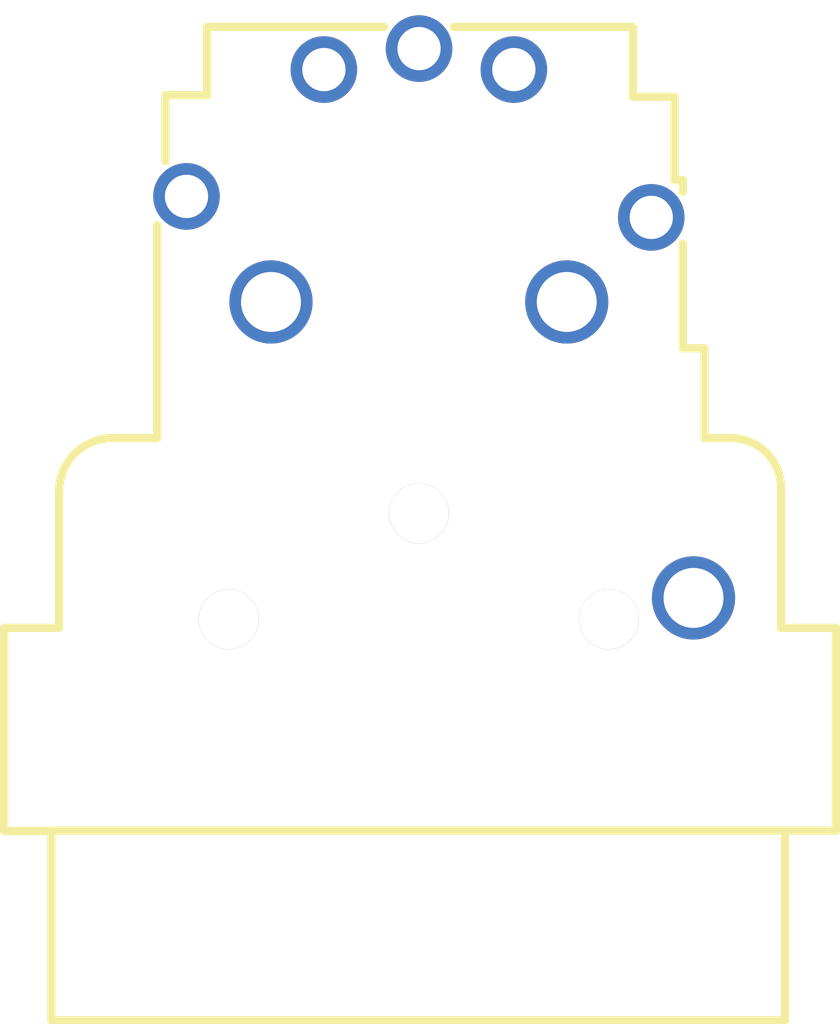
<source format=kicad_pcb>
(kicad_pcb (version 20241229) (generator "atopile") (generator_version "0.12.0")
  (layers (0 "F.Cu" signal) (31 "B.Cu" signal) (34 "B.Paste" user) (35 "F.Paste" user) (36 "B.SilkS" user "B.Silkscreen") (37 "F.SilkS" user "F.Silkscreen") (38 "B.Mask" user) (39 "F.Mask" user) (44 "Edge.Cuts" user))
  (net 0 "")
  (net 1 "GND")
  (net 2 "audio_P")
  (net 3 "net")
  (net 4 "audio_N")
  (net 5 "T")
  (net 6 "G")
  (net 7 "R")
  (net 8 "S")
  (footprint "Neutrik_NCJ6FA_H:CONN-TH_NCJ6FA-H" (layer "F.Cu") (at 0 0 0)
    (property "Reference" "PS1" (hide yes))
    (property "Value" "")
    (fp_line (start -11.45 5.05) (end -11.45 9.15) (stroke (width 0.25)) (layer "F.SilkS"))
    (fp_line (start -11.45 9.15) (end -13.1 9.15) (stroke (width 0.25)) (layer "F.SilkS"))
    (fp_line (start -13.1 9.15) (end -13.1 15.25) (stroke (width 0.25)) (layer "F.SilkS"))
    (fp_line (start -13.1 15.25) (end -11.68 15.25) (stroke (width 0.25)) (layer "F.SilkS"))
    (fp_line (start -8.5 -2.95) (end -8.5 3.45) (stroke (width 0.25)) (layer "F.SilkS"))
    (fp_line (start -1.68 -8.9) (end -7 -8.9) (stroke (width 0.25)) (layer "F.SilkS"))
    (fp_line (start -7 -8.9) (end -7 -6.85) (stroke (width 0.25)) (layer "F.SilkS"))
    (fp_line (start -7 -6.85) (end -8.25 -6.85) (stroke (width 0.25)) (layer "F.SilkS"))
    (fp_line (start -8.25 -6.85) (end -8.25 -4.87) (stroke (width 0.25)) (layer "F.SilkS"))
    (fp_line (start 7.3 -3.95) (end 7.3 -4.3) (stroke (width 0.25)) (layer "F.SilkS"))
    (fp_line (start 7.3 -4.3) (end 7.05 -4.3) (stroke (width 0.25)) (layer "F.SilkS"))
    (fp_line (start 7.05 -4.3) (end 7.05 -6.8) (stroke (width 0.25)) (layer "F.SilkS"))
    (fp_line (start 7.05 -6.8) (end 5.8 -6.8) (stroke (width 0.25)) (layer "F.SilkS"))
    (fp_line (start 5.8 -6.8) (end 5.8 -8.9) (stroke (width 0.25)) (layer "F.SilkS"))
    (fp_line (start 5.8 -8.9) (end 0.41 -8.9) (stroke (width 0.25)) (layer "F.SilkS"))
    (fp_line (start 8.75 3.45) (end 7.95 3.45) (stroke (width 0.25)) (layer "F.SilkS"))
    (fp_line (start 7.95 3.45) (end 7.95 0.75) (stroke (width 0.25)) (layer "F.SilkS"))
    (fp_line (start 7.95 0.75) (end 7.3 0.75) (stroke (width 0.25)) (layer "F.SilkS"))
    (fp_line (start 7.3 0.75) (end 7.3 -2.39) (stroke (width 0.25)) (layer "F.SilkS"))
    (fp_line (start 10.37 15.24) (end 11.9 15.24) (stroke (width 0.25)) (layer "F.SilkS"))
    (fp_line (start 11.9 15.24) (end 11.9 9.15) (stroke (width 0.25)) (layer "F.SilkS"))
    (fp_line (start 11.9 9.15) (end 10.25 9.15) (stroke (width 0.25)) (layer "F.SilkS"))
    (fp_line (start 10.37 20.94) (end -11.68 20.94) (stroke (width 0.25)) (layer "F.SilkS"))
    (fp_line (start -11.68 20.94) (end -11.68 15.24) (stroke (width 0.25)) (layer "F.SilkS"))
    (fp_line (start -11.63 15.24) (end 10.37 15.24) (stroke (width 0.25)) (layer "F.SilkS"))
    (fp_line (start 10.37 15.24) (end 10.37 20.94) (stroke (width 0.25)) (layer "F.SilkS"))
    (fp_line (start 10.25 9.15) (end 10.25 4.95) (stroke (width 0.25)) (layer "F.SilkS"))
    (fp_line (start -8.5 3.45) (end -9.85 3.45) (stroke (width 0.25)) (layer "F.SilkS"))
    (fp_arc (start 8.75 3.45) (mid 9.810660171779821 3.8893398282201788) (end 10.25 4.95) (stroke (width 0.25)) (layer "F.SilkS"))
    (fp_arc (start -11.45 5.05) (mid -10.981370849898475 3.9186291501015242) (end -9.85 3.45) (stroke (width 0.25)) (layer "F.SilkS"))
    (pad "8" thru_hole circle (at 7.62 8.25 180) (size 2.5 2.5) (drill 1.7999964) (layers "*.Cu" "*.Mask") (net 6 "G"))
    (pad "7" thru_hole circle (at -5.08 -0.64 180) (size 2.5 2.5) (drill 1.7999964) (layers "*.Cu" "*.Mask") (net 5 "T"))
    (pad "6" thru_hole circle (at 3.81 -0.64 180) (size 2.5 2.5) (drill 1.7999964) (layers "*.Cu" "*.Mask") (net 5 "T"))
    (pad "5" thru_hole circle (at -3.49 -7.62 180) (size 2 2) (drill 1.3000228) (layers "*.Cu" "*.Mask") (net 7 "R"))
    (pad "4" thru_hole circle (at 2.22 -7.62 180) (size 2 2) (drill 1.3000228) (layers "*.Cu" "*.Mask") (net 8 "S"))
    (pad "3" thru_hole circle (at -0.63 -8.25 180) (size 2 2) (drill 1.3000228) (layers "*.Cu" "*.Mask") (net 4 "audio_N"))
    (pad "2" thru_hole circle (at -7.62 -3.81 180) (size 2 2) (drill 1.3000228) (layers "*.Cu" "*.Mask") (net 2 "audio_P"))
    (pad "1" thru_hole circle (at 6.35 -3.18 180) (size 2 2) (drill 1.3000228) (layers "*.Cu" "*.Mask") (net 1 "GND"))
    (pad "" thru_hole circle (at -0.63 5.71 0) (size 1.8 1.8) (drill 1.8) (layers "*.Cu" "*.Mask") (net 3 "net"))
    (pad "" thru_hole circle (at -6.35 8.89 0) (size 1.8 1.8) (drill 1.8) (layers "*.Cu" "*.Mask") (net 3 "net"))
    (pad "" thru_hole circle (at 5.08 8.89 0) (size 1.8 1.8) (drill 1.8) (layers "*.Cu" "*.Mask") (net 3 "net"))
  )
)
</source>
